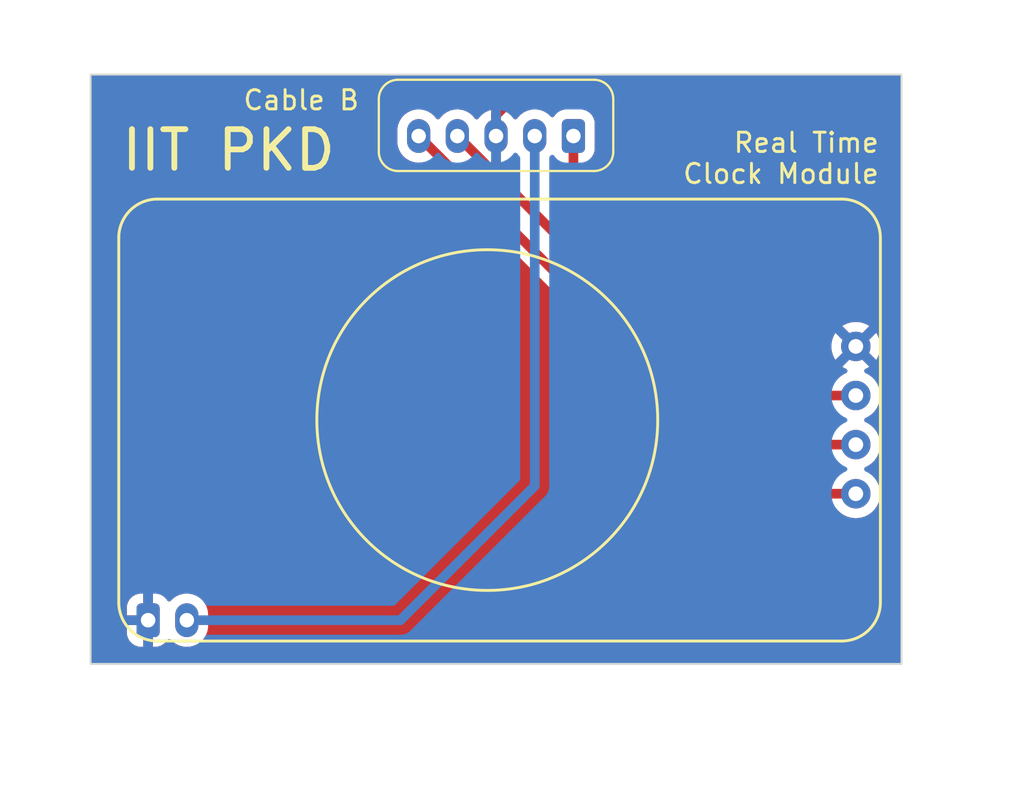
<source format=kicad_pcb>
(kicad_pcb (version 20221018) (generator pcbnew)
  (layers (0 "F.Cu" signal) (31 "B.Cu" signal) (34 "B.Paste" user) (35 "F.Paste" user) (36 "B.SilkS" user "B.Silkscreen") (37 "F.SilkS" user "F.Silkscreen") (38 "B.Mask" user) (39 "F.Mask" user) (44 "Edge.Cuts" user))
  (net 0 "")
  (net 1 "SDA")
  (net 2 "SCL")
  (net 3 "Earth")
  (net 4 "+5V")
  (net 5 "VCC")
  (footprint "Simpler_Footprints:RTC_DS3231_Simple" (layer "F.Cu") (at 93.9725 133.4375)
    (fp_text reference "RTC1" hide)
    (fp_text value "RTC_DS3231" hide)
    (fp_line (start 0 2) (end 0 20.86) (stroke (width 0.15)) (layer "F.SilkS"))
    (fp_line (start 2 0) (end 37.37 0) (stroke (width 0.15)) (layer "F.SilkS"))
    (fp_line (start 2 22.86) (end 37.37 22.86) (stroke (width 0.15)) (layer "F.SilkS"))
    (fp_line (start 39.37 2) (end 39.37 20.86) (stroke (width 0.15)) (layer "F.SilkS"))
    (fp_arc (start 0 2) (mid 0.585786 0.585786) (end 2 0) (stroke (width 0.15)) (layer "F.SilkS"))
    (fp_arc (start 2 22.86) (mid 0.585786 22.274214) (end 0 20.86) (stroke (width 0.15)) (layer "F.SilkS"))
    (fp_arc (start 37.37 0) (mid 38.784214 0.585786) (end 39.37 2) (stroke (width 0.15)) (layer "F.SilkS"))
    (fp_arc (start 39.37 20.86) (mid 38.784214 22.274214) (end 37.37 22.86) (stroke (width 0.15)) (layer "F.SilkS"))
    (fp_circle (center 19.05 11.43) (end 27.860993 11.43) (stroke (width 0.15)) (fill none) (layer "F.SilkS"))
    (pad "1" thru_hole circle (at 38.1 7.62) (size 1.524 1.524) (drill 0.762) (layers "*.Cu" "*.Mask") (net 3 "Earth"))
    (pad "2" thru_hole circle (at 38.1 10.16) (size 1.524 1.524) (drill 0.762) (layers "*.Cu" "*.Mask") (net 4 "+5V"))
    (pad "3" thru_hole circle (at 38.1 12.7) (size 1.524 1.524) (drill 0.762) (layers "*.Cu" "*.Mask") (net 1 "SDA"))
    (pad "4" thru_hole circle (at 38.1 15.24) (size 1.524 1.524) (drill 0.762) (layers "*.Cu" "*.Mask") (net 2 "SCL"))
  )
  (footprint "Simpler_Footprints:JST_PH_B5B-PH-K_1x05_P2.00mm_Vertical_Simple" (layer "F.Cu") (at 117.475 130.175 180)
    (fp_text reference "J1" hide)
    (fp_text value "Conn_01x05_Socket" hide)
    (fp_line (start -2.06 -0.81) (end -2.06 1.91) (stroke (width 0.12)) (layer "F.SilkS"))
    (fp_line (start -1.06 2.91) (end 9.06 2.91) (stroke (width 0.12)) (layer "F.SilkS"))
    (fp_line (start 9.06 -1.81) (end -1.06 -1.81) (stroke (width 0.12)) (layer "F.SilkS"))
    (fp_line (start 10.06 1.91) (end 10.06 -0.81) (stroke (width 0.12)) (layer "F.SilkS"))
    (fp_arc (start -2.06 -0.81) (mid -1.767107 -1.517107) (end -1.06 -1.81) (stroke (width 0.12)) (layer "F.SilkS"))
    (fp_arc (start -1.06 2.91) (mid -1.767107 2.617107) (end -2.06 1.91) (stroke (width 0.12)) (layer "F.SilkS"))
    (fp_arc (start 9.06 -1.81) (mid 9.767107 -1.517107) (end 10.06 -0.81) (stroke (width 0.12)) (layer "F.SilkS"))
    (fp_arc (start 10.06 1.91) (mid 9.767107 2.617107) (end 9.06 2.91) (stroke (width 0.12)) (layer "F.SilkS"))
    (pad "1" thru_hole roundrect (at 0 0 180) (size 1.2 1.75) (drill 0.75) (layers "*.Cu" "*.Mask") (roundrect_rratio 0.2083333333) (net 4 "+5V"))
    (pad "2" thru_hole oval (at 2 0 180) (size 1.2 1.75) (drill 0.75) (layers "*.Cu" "*.Mask") (net 5 "VCC"))
    (pad "3" thru_hole oval (at 4 0 180) (size 1.2 1.75) (drill 0.75) (layers "*.Cu" "*.Mask") (net 3 "Earth"))
    (pad "4" thru_hole oval (at 6 0 180) (size 1.2 1.75) (drill 0.75) (layers "*.Cu" "*.Mask") (net 1 "SDA"))
    (pad "5" thru_hole oval (at 8 0 180) (size 1.2 1.75) (drill 0.75) (layers "*.Cu" "*.Mask") (net 2 "SCL"))
  )
  (footprint "Connector_JST:JST_PH_B2B-PH-K_1x02_P2.00mm_Vertical" (layer "F.Cu") (at 95.49 155.22)
    (fp_text reference "J5" hide)
    (fp_text value "Conn_01x02_Socket" hide)
    (pad "1" thru_hole roundrect (at 0 0) (size 1.2 1.75) (drill 0.75) (layers "*.Cu" "*.Mask") (roundrect_rratio 0.208333) (net 3 "Earth"))
    (pad "2" thru_hole oval (at 2 0) (size 1.2 1.75) (drill 0.75) (layers "*.Cu" "*.Mask") (net 5 "VCC"))
  )
  (gr_rect (start 92.52 127) (end 134.43 157.48) (stroke (width 0.1)) (fill none) (layer "Edge.Cuts"))
  (gr_text "Real Time\nClock Module" (at 133.35 132.715) (layer "F.SilkS") (effects (font (size 1 1)) (justify right bottom)))
  (gr_text "IIT PKD" (at 93.98 132.08) (layer "F.SilkS") (effects (font (size 2 2) (thickness 0.3)) (justify left bottom)))
  (gr_text "Cable B" (at 100.33 128.905) (layer "F.SilkS") (effects (font (size 1 1)) (justify left bottom)))
  (segment (start 111.475 130.175) (end 127.4375 146.1375) (width 0.5) (layer "F.Cu") (net 1))
  (segment (start 127.4375 146.1375) (end 132.0725 146.1375) (width 0.5) (layer "F.Cu") (net 1))
  (segment (start 127.9775 148.6775) (end 132.0725 148.6775) (width 0.5) (layer "F.Cu") (net 2))
  (segment (start 109.475 130.175) (end 127.9775 148.6775) (width 0.5) (layer "F.Cu") (net 2))
  (segment (start 119.285 128.27) (end 132.0725 141.0575) (width 0.5) (layer "F.Cu") (net 3))
  (segment (start 113.475 129.095) (end 114.3 128.27) (width 0.5) (layer "F.Cu") (net 3))
  (segment (start 113.475 130.175) (end 113.475 129.095) (width 0.5) (layer "F.Cu") (net 3))
  (segment (start 114.3 128.27) (end 119.285 128.27) (width 0.5) (layer "F.Cu") (net 3))
  (segment (start 95.49 155.22) (end 95.49 151.93) (width 0.5) (layer "B.Cu") (net 3))
  (segment (start 113.475 146.205) (end 113.475 130.175) (width 0.5) (layer "B.Cu") (net 3))
  (segment (start 98.46 148.96) (end 110.72 148.96) (width 0.5) (layer "B.Cu") (net 3))
  (segment (start 95.49 151.93) (end 98.46 148.96) (width 0.5) (layer "B.Cu") (net 3))
  (segment (start 110.72 148.96) (end 113.475 146.205) (width 0.5) (layer "B.Cu") (net 3))
  (segment (start 117.475 132.715) (end 128.3575 143.5975) (width 0.5) (layer "F.Cu") (net 4))
  (segment (start 117.475 130.175) (end 117.475 132.715) (width 0.5) (layer "F.Cu") (net 4))
  (segment (start 128.3575 143.5975) (end 132.0725 143.5975) (width 0.5) (layer "F.Cu") (net 4))
  (segment (start 115.475 148.275) (end 115.475 130.175) (width 0.5) (layer "B.Cu") (net 5))
  (segment (start 97.49 155.22) (end 108.53 155.22) (width 0.5) (layer "B.Cu") (net 5))
  (segment (start 108.53 155.22) (end 115.475 148.275) (width 0.5) (layer "B.Cu") (net 5))
  (zone (net 3) (net_name "Earth") (layer "F.Cu") (priority 1) (connect_pads (clearance 0.5)) (min_thickness 0.25) (fill yes (thermal_gap 0.5) (thermal_bridge_width 0.5))
    (polygon (pts (xy 88.0618 123.1392) (xy 87.8332 164.0078) (xy 140.5382 163.3728) (xy 140.7668 123.444)))
  )
  (zone (net 3) (net_name "Earth") (layer "B.Cu") (connect_pads (clearance 0.5)) (min_thickness 0.25) (fill yes (thermal_gap 0.5) (thermal_bridge_width 0.5))
    (polygon (pts (xy 89.8906 125.1458) (xy 89.8144 161.163) (xy 138.684 161.0106) (xy 138.2268 125.222)))
  )
)
</source>
